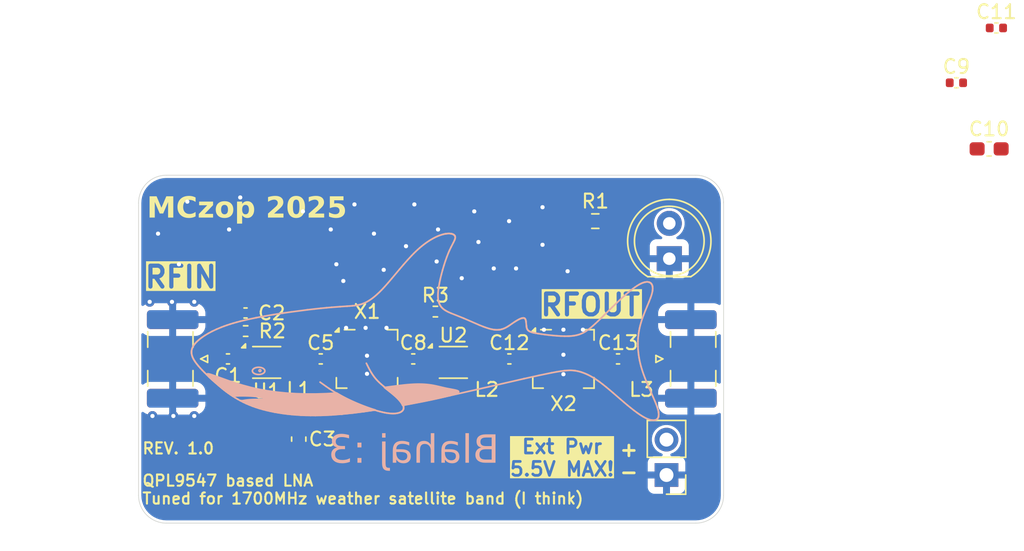
<source format=kicad_pcb>
(kicad_pcb (version 20241229) (generator "pcbnew") (generator_version "9.0")
  (layers (0 "F.Cu" signal) (4 "In1.Cu" signal) (6 "In2.Cu" signal) (8 "In3.Cu" signal) (10 "In4.Cu" signal) (2 "B.Cu" signal) (13 "F.Paste" user) (15 "B.Paste" user) (5 "F.SilkS" user "F.Silkscreen") (7 "B.SilkS" user "B.Silkscreen") (1 "F.Mask" user) (3 "B.Mask" user) (25 "Edge.Cuts" user))
  (net 0 "")
  (net 1 "Net-(C5-Pad1)")
  (net 2 "Net-(J1-In)")
  (net 3 "Net-(C8-Pad2)")
  (net 4 "GND")
  (net 5 "Net-(X1-IN)")
  (net 6 "Net-(C12-Pad1)")
  (net 7 "VCC")
  (net 8 "Net-(U1-Vb)")
  (net 9 "Net-(X1-OUT)")
  (net 10 "Net-(X2-IN)")
  (net 11 "Net-(U2-Vb)")
  (net 12 "Net-(X2-OUT)")
  (net 13 "Net-(C1-Pad2)")
  (net 14 "Net-(J3-In)")
  (net 15 "Net-(D1-A)")
  (footprint "Capacitor_SMD:C_0402_1005Metric" (layer "F.Cu") (at 158.42 103.2)
    (property "Reference" "C1" (at 0 1.2 0) (layer "F.SilkS"))
    (property "Value" "100p")
    (pad "1" smd roundrect (at -0.48 0) (size 0.56 0.62) (layers "F.Cu" "F.Mask" "F.Paste") (net 2 "Net-(J1-In)"))
    (pad "2" smd roundrect (at 0.48 0) (size 0.56 0.62) (layers "F.Cu" "F.Mask" "F.Paste") (net 13 "Net-(C1-Pad2)"))
  )
  (footprint "Capacitor_SMD:C_0402_1005Metric" (layer "F.Cu") (at 165.08 103.2)
    (property "Reference" "C5" (at 0 -1.16 0) (layer "F.SilkS"))
    (property "Value" "100p")
    (pad "1" smd roundrect (at -0.48 0) (size 0.56 0.62) (layers "F.Cu" "F.Mask" "F.Paste") (net 1 "Net-(C5-Pad1)"))
    (pad "2" smd roundrect (at 0.48 0) (size 0.56 0.62) (layers "F.Cu" "F.Mask" "F.Paste") (net 5 "Net-(X1-IN)"))
  )
  (footprint "Resistor_SMD:R_0402_1005Metric" (layer "F.Cu") (at 159.69 101.2)
    (property "Reference" "R2" (at 1.91 0 0) (layer "F.SilkS"))
    (property "Value" "3.32k")
    (pad "1" smd roundrect (at -0.51 0) (size 0.54 0.64) (layers "F.Cu" "F.Mask" "F.Paste") (net 7 "VCC"))
    (pad "2" smd roundrect (at 0.51 0) (size 0.54 0.64) (layers "F.Cu" "F.Mask" "F.Paste") (net 8 "Net-(U1-Vb)"))
  )
  (footprint "Capacitor_SMD:C_0402_1005Metric" (layer "F.Cu") (at 210.71 83.36)
    (property "Reference" "C9" (at 0 -1.16 0) (layer "F.SilkS"))
    (property "Value" "100p")
    (pad "1" smd roundrect (at -0.48 0) (size 0.56 0.62) (layers "F.Cu" "F.Mask" "F.Paste") (net 7 "VCC"))
    (pad "2" smd roundrect (at 0.48 0) (size 0.56 0.62) (layers "F.Cu" "F.Mask" "F.Paste") (net 4 "GND"))
  )
  (footprint "Capacitor_SMD:C_0402_1005Metric" (layer "F.Cu") (at 159.68 99.9)
    (property "Reference" "C2" (at 1.88 0 0) (layer "F.SilkS"))
    (property "Value" "100p")
    (pad "1" smd roundrect (at -0.48 0) (size 0.56 0.62) (layers "F.Cu" "F.Mask" "F.Paste") (net 7 "VCC"))
    (pad "2" smd roundrect (at 0.48 0) (size 0.56 0.62) (layers "F.Cu" "F.Mask" "F.Paste") (net 4 "GND"))
  )
  (footprint "Resistor_SMD:R_0402_1005Metric" (layer "F.Cu") (at 173.31 99.8)
    (property "Reference" "R3" (at 0 -1.17 0) (layer "F.SilkS"))
    (property "Value" "3.32k")
    (pad "1" smd roundrect (at -0.51 0) (size 0.54 0.64) (layers "F.Cu" "F.Mask" "F.Paste") (net 7 "VCC"))
    (pad "2" smd roundrect (at 0.51 0) (size 0.54 0.64) (layers "F.Cu" "F.Mask" "F.Paste") (net 11 "Net-(U2-Vb)"))
  )
  (footprint "Capacitor_SMD:C_0402_1005Metric" (layer "F.Cu") (at 171.72 103.2)
    (property "Reference" "C8" (at 0 -1.16 0) (layer "F.SilkS"))
    (property "Value" "100p")
    (pad "1" smd roundrect (at -0.48 0) (size 0.56 0.62) (layers "F.Cu" "F.Mask" "F.Paste") (net 9 "Net-(X1-OUT)"))
    (pad "2" smd roundrect (at 0.48 0) (size 0.56 0.62) (layers "F.Cu" "F.Mask" "F.Paste") (net 3 "Net-(C8-Pad2)"))
  )
  (footprint "Capacitor_SMD:C_0603_1608Metric_Pad1.08x0.95mm_HandSolder" (layer "F.Cu") (at 213.06 88.11)
    (property "Reference" "C10" (at 0 -1.43 0) (layer "F.SilkS"))
    (property "Value" "100n")
    (pad "1" smd roundrect (at -0.8625 0) (size 1.075 0.95) (layers "F.Cu" "F.Mask" "F.Paste") (net 7 "VCC"))
    (pad "2" smd roundrect (at 0.8625 0) (size 1.075 0.95) (layers "F.Cu" "F.Mask" "F.Paste") (net 4 "GND"))
  )
  (footprint "Connector_Coaxial:SMA_Samtec_SMA-J-P-H-ST-EM1_EdgeMount" (layer "F.Cu") (at 154.2 103.2 180)
    (property "Reference" "J1" (hide yes))
    (property "Value" "SMA")
    (pad "1" smd roundrect (at 0 0 270) (size 1.27 3.2) (layers "F.Cu" "F.Mask") (roundrect_rratio 0.1968503937) (net 2 "Net-(J1-In)"))
    (pad "2" smd roundrect (at -0.25 -2.825 270) (size 1.35 3.7) (layers "F.Cu" "F.Mask") (roundrect_rratio 0.1851851852) (net 4 "GND"))
    (pad "2" smd roundrect (at -0.25 -2.825 270) (size 1.35 3.7) (layers "B.Cu" "B.Mask") (roundrect_rratio 0.1851851852) (net 4 "GND"))
    (pad "2" smd roundrect (at -0.25 2.825 270) (size 1.35 3.7) (layers "F.Cu" "F.Mask") (roundrect_rratio 0.1851851852) (net 4 "GND"))
    (pad "2" smd roundrect (at -0.25 2.825 270) (size 1.35 3.7) (layers "B.Cu" "B.Mask") (roundrect_rratio 0.1851851852) (net 4 "GND"))
  )
  (footprint "Capacitor_SMD:C_0402_1005Metric" (layer "F.Cu") (at 186.42 103.2)
    (property "Reference" "C13" (at 0 -1.16 0) (layer "F.SilkS"))
    (property "Value" "100p")
    (pad "1" smd roundrect (at -0.48 0) (size 0.56 0.62) (layers "F.Cu" "F.Mask" "F.Paste") (net 12 "Net-(X2-OUT)"))
    (pad "2" smd roundrect (at 0.48 0) (size 0.56 0.62) (layers "F.Cu" "F.Mask" "F.Paste") (net 14 "Net-(J3-In)"))
  )
  (footprint "LED_THT:LED_D5.0mm_Clear" (layer "F.Cu") (at 190.1 96 90)
    (property "Reference" "D1" (hide yes))
    (property "Value" "LED")
    (pad "1" thru_hole rect (at 0 0 90) (size 1.8 1.8) (drill 0.9) (layers "*.Cu" "*.Mask") (net 4 "GND"))
    (pad "2" thru_hole circle (at 2.54 0 90) (size 1.8 1.8) (drill 0.9) (layers "*.Cu" "*.Mask") (net 15 "Net-(D1-A)"))
  )
  (footprint "Capacitor_SMD:C_0402_1005Metric" (layer "F.Cu") (at 213.58 79.42)
    (property "Reference" "C11" (at 0 -1.16 0) (layer "F.SilkS"))
    (property "Value" "100p")
    (pad "1" smd roundrect (at -0.48 0) (size 0.56 0.62) (layers "F.Cu" "F.Mask" "F.Paste") (net 4 "GND"))
    (pad "2" smd roundrect (at 0.48 0) (size 0.56 0.62) (layers "F.Cu" "F.Mask" "F.Paste") (net 7 "VCC"))
  )
  (footprint "Connector_Coaxial:SMA_Samtec_SMA-J-P-H-ST-EM1_EdgeMount" (layer "F.Cu") (at 191.9 103.2)
    (property "Reference" "J3" (hide yes))
    (property "Value" "SMA")
    (pad "1" smd roundrect (at 0 0 90) (size 1.27 3.2) (layers "F.Cu" "F.Mask") (roundrect_rratio 0.1968503937) (net 14 "Net-(J3-In)"))
    (pad "2" smd roundrect (at -0.25 -2.825 90) (size 1.35 3.7) (layers "F.Cu" "F.Mask") (roundrect_rratio 0.1851851852) (net 4 "GND"))
    (pad "2" smd roundrect (at -0.25 -2.825 90) (size 1.35 3.7) (layers "B.Cu" "B.Mask") (roundrect_rratio 0.1851851852) (net 4 "GND"))
    (pad "2" smd roundrect (at -0.25 2.825 90) (size 1.35 3.7) (layers "F.Cu" "F.Mask") (roundrect_rratio 0.1851851852) (net 4 "GND"))
    (pad "2" smd roundrect (at -0.25 2.825 90) (size 1.35 3.7) (layers "B.Cu" "B.Mask") (roundrect_rratio 0.1851851852) (net 4 "GND"))
  )
  (footprint "Capacitor_SMD:C_0603_1608Metric_Pad1.08x0.95mm_HandSolder" (layer "F.Cu") (at 163.5 108.9625 -90)
    (property "Reference" "C3" (at 0 -1.7 180) (layer "F.SilkS"))
    (property "Value" "100n")
    (pad "1" smd roundrect (at -0.8625 0 270) (size 1.075 0.95) (layers "F.Cu" "F.Mask" "F.Paste") (net 7 "VCC"))
    (pad "2" smd roundrect (at 0.8625 0 270) (size 1.075 0.95) (layers "F.Cu" "F.Mask" "F.Paste") (net 4 "GND"))
  )
  (footprint "Capacitor_SMD:C_0402_1005Metric" (layer "F.Cu") (at 163.98 106.7 180)
    (property "Reference" "C4" (at -1.92 0 0) (layer "F.SilkS"))
    (property "Value" "100p")
    (pad "1" smd roundrect (at -0.48 0 180) (size 0.56 0.62) (layers "F.Cu" "F.Mask" "F.Paste") (net 4 "GND"))
    (pad "2" smd roundrect (at 0.48 0 180) (size 0.56 0.62) (layers "F.Cu" "F.Mask" "F.Paste") (net 7 "VCC"))
  )
  (footprint "Inductor_SMD:L_0402_1005Metric" (layer "F.Cu") (at 163.5 103.685 -90)
    (property "Reference" "L1" (at 1.715 0 180) (layer "F.SilkS"))
    (property "Value" "56n")
    (pad "1" smd roundrect (at -0.485 0 270) (size 0.59 0.64) (layers "F.Cu" "F.Mask" "F.Paste") (net 1 "Net-(C5-Pad1)"))
    (pad "2" smd roundrect (at 0.485 0 270) (size 0.59 0.64) (layers "F.Cu" "F.Mask" "F.Paste") (net 7 "VCC"))
  )
  (footprint "Inductor_SMD:L_0402_1005Metric" (layer "F.Cu") (at 177 103.685 -90)
    (property "Reference" "L2" (at 1.715 0 180) (layer "F.SilkS"))
    (property "Value" "56n")
    (pad "1" smd roundrect (at -0.485 0 270) (size 0.59 0.64) (layers "F.Cu" "F.Mask" "F.Paste") (net 6 "Net-(C12-Pad1)"))
    (pad "2" smd roundrect (at 0.485 0 270) (size 0.59 0.64) (layers "F.Cu" "F.Mask" "F.Paste") (net 7 "VCC"))
  )
  (footprint "Capacitor_SMD:C_0402_1005Metric" (layer "F.Cu") (at 178.62 103.2)
    (property "Reference" "C12" (at 0 -1.16 0) (layer "F.SilkS"))
    (property "Value" "100p")
    (pad "1" smd roundrect (at -0.48 0) (size 0.56 0.62) (layers "F.Cu" "F.Mask" "F.Paste") (net 6 "Net-(C12-Pad1)"))
    (pad "2" smd roundrect (at 0.48 0) (size 0.56 0.62) (layers "F.Cu" "F.Mask" "F.Paste") (net 10 "Net-(X2-IN)"))
  )
  (footprint "Package_DFN_QFN:DFN-8-1EP_2x2mm_P0.5mm_EP0.8x1.6mm" (layer "F.Cu") (at 161.2 103.45)
    (property "Reference" "U1" (at 0 2.05 0) (layer "F.SilkS"))
    (property "Value" "QPL9547")
    (pad "1" smd roundrect (at -1 -0.75) (size 0.7 0.25) (layers "F.Cu" "F.Mask" "F.Paste") (net 8 "Net-(U1-Vb)"))
    (pad "2" smd roundrect (at -1 -0.25) (size 0.7 0.25) (layers "F.Cu" "F.Mask" "F.Paste") (net 13 "Net-(C1-Pad2)"))
    (pad "3" smd roundrect (at -1 0.25) (size 0.7 0.25) (layers "F.Cu" "F.Mask" "F.Paste") (net 4 "GND"))
    (pad "4" smd roundrect (at -1 0.75) (size 0.7 0.25) (layers "F.Cu" "F.Mask" "F.Paste") (net 4 "GND"))
    (pad "5" smd roundrect (at 1 0.75) (size 0.7 0.25) (layers "F.Cu" "F.Mask" "F.Paste") (net 4 "GND"))
    (pad "6" smd roundrect (at 1 0.25) (size 0.7 0.25) (layers "F.Cu" "F.Mask" "F.Paste") (net 4 "GND"))
    (pad "7" smd roundrect (at 1 -0.25) (size 0.7 0.25) (layers "F.Cu" "F.Mask" "F.Paste") (net 1 "Net-(C5-Pad1)"))
    (pad "8" smd roundrect (at 1 -0.75) (size 0.7 0.25) (layers "F.Cu" "F.Mask" "F.Paste") (net 4 "GND"))
    (pad "9" smd rect (at 0 0) (size 0.8 1.6) (property pad_prop_heatsink) (layers "F.Cu" "F.Mask") (net 4 "GND"))
  )
  (footprint "Filter:Filter_SAW-6_3.8x3.8mm" (layer "F.Cu") (at 168.4 103.2)
    (property "Reference" "X1" (at 0.01 -3.4 0) (layer "F.SilkS"))
    (property "Value" "SAW")
    (pad "1" smd rect (at -0.9 -1.27) (size 2.2 0.8) (layers "F.Cu" "F.Mask" "F.Paste") (net 4 "GND"))
    (pad "2" smd rect (at -1.4 0) (size 1.2 0.8) (layers "F.Cu" "F.Mask" "F.Paste") (net 5 "Net-(X1-IN)"))
    (pad "3" smd rect (at -1.4 1.27) (size 1.2 0.8) (layers "F.Cu" "F.Mask" "F.Paste") (net 4 "GND"))
    (pad "4" smd rect (at 1.4 1.27) (size 1.2 0.8) (layers "F.Cu" "F.Mask" "F.Paste") (net 4 "GND"))
    (pad "5" smd rect (at 1.4 0) (size 1.2 0.8) (layers "F.Cu" "F.Mask" "F.Paste") (net 9 "Net-(X1-OUT)"))
    (pad "6" smd rect (at 1.4 -1.27) (size 1.2 0.8) (layers "F.Cu" "F.Mask" "F.Paste") (net 4 "GND"))
  )
  (footprint "Filter:Filter_SAW-6_3.8x3.8mm" (layer "F.Cu") (at 182.5 103.2)
    (property "Reference" "X2" (at 0.01 3.22 0) (layer "F.SilkS"))
    (property "Value" "SAW")
    (pad "1" smd rect (at -0.9 -1.27) (size 2.2 0.8) (layers "F.Cu" "F.Mask" "F.Paste") (net 4 "GND"))
    (pad "2" smd rect (at -1.4 0) (size 1.2 0.8) (layers "F.Cu" "F.Mask" "F.Paste") (net 10 "Net-(X2-IN)"))
    (pad "3" smd rect (at -1.4 1.27) (size 1.2 0.8) (layers "F.Cu" "F.Mask" "F.Paste") (net 4 "GND"))
    (pad "4" smd rect (at 1.4 1.27) (size 1.2 0.8) (layers "F.Cu" "F.Mask" "F.Paste") (net 4 "GND"))
    (pad "5" smd rect (at 1.4 0) (size 1.2 0.8) (layers "F.Cu" "F.Mask" "F.Paste") (net 12 "Net-(X2-OUT)"))
    (pad "6" smd rect (at 1.4 -1.27) (size 1.2 0.8) (layers "F.Cu" "F.Mask" "F.Paste") (net 4 "GND"))
  )
  (footprint "Inductor_SMD:L_0402_1005Metric" (layer "F.Cu") (at 188.1 103.685 -90)
    (property "Reference" "L3" (at 1.715 0 180) (layer "F.SilkS"))
    (property "Value" "56n")
    (pad "1" smd roundrect (at -0.485 0 270) (size 0.59 0.64) (layers "F.Cu" "F.Mask" "F.Paste") (net 14 "Net-(J3-In)"))
    (pad "2" smd roundrect (at 0.485 0 270) (size 0.59 0.64) (layers "F.Cu" "F.Mask" "F.Paste") (net 7 "VCC"))
  )
  (footprint "Package_DFN_QFN:DFN-8-1EP_2x2mm_P0.5mm_EP0.8x1.6mm" (layer "F.Cu") (at 174.6 103.45)
    (property "Reference" "U2" (at 0 -1.95 0) (layer "F.SilkS"))
    (property "Value" "QPL9547")
    (pad "1" smd roundrect (at -1 -0.75) (size 0.7 0.25) (layers "F.Cu" "F.Mask" "F.Paste") (net 11 "Net-(U2-Vb)"))
    (pad "2" smd roundrect (at -1 -0.25) (size 0.7 0.25) (layers "F.Cu" "F.Mask" "F.Paste") (net 3 "Net-(C8-Pad2)"))
    (pad "3" smd roundrect (at -1 0.25) (size 0.7 0.25) (layers "F.Cu" "F.Mask" "F.Paste") (net 4 "GND"))
    (pad "4" smd roundrect (at -1 0.75) (size 0.7 0.25) (layers "F.Cu" "F.Mask" "F.Paste") (net 4 "GND"))
    (pad "5" smd roundrect (at 1 0.75) (size 0.7 0.25) (layers "F.Cu" "F.Mask" "F.Paste") (net 4 "GND"))
    (pad "6" smd roundrect (at 1 0.25) (size 0.7 0.25) (layers "F.Cu" "F.Mask" "F.Paste") (net 4 "GND"))
    (pad "7" smd roundrect (at 1 -0.25) (size 0.7 0.25) (layers "F.Cu" "F.Mask" "F.Paste") (net 6 "Net-(C12-Pad1)"))
    (pad "8" smd roundrect (at 1 -0.75) (size 0.7 0.25) (layers "F.Cu" "F.Mask" "F.Paste") (net 4 "GND"))
    (pad "9" smd rect (at 0 0) (size 0.8 1.6) (property pad_prop_heatsink) (layers "F.Cu" "F.Mask") (net 4 "GND"))
  )
  (footprint "Connector_PinHeader_2.54mm:PinHeader_1x02_P2.54mm_Vertical" (layer "F.Cu") (at 189.9 111.54 180)
    (property "Reference" "J2" (hide yes))
    (property "Value" "EXT_PWR")
    (pad "1" thru_hole rect (at 0 0 180) (size 1.7 1.7) (drill 1) (layers "*.Cu" "*.Mask") (net 4 "GND"))
    (pad "2" thru_hole circle (at 0 2.54 180) (size 1.7 1.7) (drill 1) (layers "*.Cu" "*.Mask") (net 7 "VCC"))
  )
  (footprint "Resistor_SMD:R_0603_1608Metric_Pad0.98x0.95mm_HandSolder" (layer "F.Cu") (at 184.7875 93.3)
    (property "Reference" "R1" (at 0 -1.43 0) (layer "F.SilkS"))
    (property "Value" "220")
    (pad "1" smd roundrect (at -0.9125 0) (size 0.975 0.95) (layers "F.Cu" "F.Mask" "F.Paste") (net 7 "VCC"))
    (pad "2" smd roundrect (at 0.9125 0) (size 0.975 0.95) (layers "F.Cu" "F.Mask" "F.Paste") (net 15 "Net-(D1-A)"))
  )
  (footprint "Symbol:Smolhaj_Scale_0.1" (layer "B.Cu") (at 147.048865 104.564256 180)
    (property "Reference" "REF**" (hide yes))
    (property "Value" "Smolhaj_Scale_0.1")
  )
  (gr_line (start 192 115) (end 154 115) (stroke (width 0.05)) (layer "Edge.Cuts"))
  (gr_line (start 152 113) (end 152 92) (stroke (width 0.05)) (layer "Edge.Cuts"))
  (gr_arc (start 194 113) (mid 193.414214 114.414214) (end 192 115) (stroke (width 0.05)) (layer "Edge.Cuts"))
  (gr_line (start 194 91.9) (end 194 113) (stroke (width 0.05)) (layer "Edge.Cuts"))
  (gr_arc (start 152 92) (mid 152.585786 90.585786) (end 154 90) (stroke (width 0.05)) (layer "Edge.Cuts"))
  (gr_arc (start 154 115) (mid 152.585786 114.414214) (end 152 113) (stroke (width 0.05)) (layer "Edge.Cuts"))
  (gr_line (start 154 90) (end 192 90) (stroke (width 0.05)) (layer "Edge.Cuts"))
  (gr_arc (start 192 90) (mid 193.414214 90.585786) (end 194 92) (stroke (width 0.05)) (layer "Edge.Cuts"))
  (gr_text "RFOUT\n" (at 180.7 100.2 0) (layer "F.SilkS" knockout) (effects (font (size 1.5 1.5) (thickness 0.3) (bold yes)) (justify left bottom)))
  (gr_text "+\n-" (at 187.2 111.9 0) (layer "F.SilkS") (effects (font (size 1 1) (thickness 0.2) (bold yes)) (justify bottom)))
  (gr_text "QPL9547 based LNA\nTuned for 1700MHz weather satellite band (I think)" (at 152.2 113.7 0) (layer "F.SilkS") (effects (font (size 0.8 0.8) (thickness 0.15) (bold yes)) (justify left bottom)))
  (gr_text "REV. 1.0" (at 152.2 110.1 0) (layer "F.SilkS") (effects (font (size 0.8 0.8) (thickness 0.15) (bold yes)) (justify left bottom)))
  (gr_text "Ext Pwr\n5.5V MAX!" (at 182.4 111.7 0) (layer "F.SilkS" knockout) (effects (font (size 1 1) (thickness 0.2) (bold yes)) (justify bottom)))
  (gr_text "RFIN" (at 152.3 98.2 0) (layer "F.SilkS" knockout) (effects (font (size 1.5 1.5) (thickness 0.3) (bold yes)) (justify left bottom)))
  (gr_text "MCzop 2025" (at 152.6 93.3 0) (layer "F.SilkS") (effects (font (size 1.5 1.5) (thickness 0.3) (bold yes)) (justify left bottom)))
  (gr_text "Blahaj :3" (at 177.9 111 0) (layer "B.SilkS") (effects (font (size 2 2) (thickness 0.1)) (justify left bottom mirror)))
  (via (at 182.5 104.3) (size 0.7) (drill 0.3) (layers "F.Cu" "B.Cu") (net 4))
  (via (at 152.8 99.1) (size 0.7) (drill 0.3) (layers "F.Cu" "B.Cu") (net 4))
  (via (at 178.6 93.3) (size 0.7) (drill 0.3) (layers "F.Cu" "B.Cu") (net 4))
  (via (at 175.2 97.4) (size 0.7) (drill 0.3) (layers "F.Cu" "B.Cu") (net 4))
  (via (at 166.7 97.6) (size 0.7) (drill 0.3) (layers "F.Cu" "B.Cu") (net 4))
  (via (at 154.4 99.1) (size 0.7) (drill 0.3) (layers "F.Cu" "B.Cu") (net 4))
  (via (at 155.5 91.9) (size 0.7) (drill 0.3) (layers "F.Cu" "B.Cu") (net 4))
  (via (at 181 92.3) (size 0.7) (drill 0.3) (layers "F.Cu" "B.Cu") (net 4))
  (via (at 153.4 94.2) (size 0.7) (drill 0.3) (layers "F.Cu" "B.Cu") (net 4))
  (via (at 166.2 96.4) (size 0.7) (drill 0.3) (layers "F.Cu" "B.Cu") (net 4))
  (via (at 181 95) (size 0.7) (drill 0.3) (layers "F.Cu" "B.Cu") (net 4))
  (via (at 168.4 104.27) (size 0.7) (drill 0.3) (layers "F.Cu" "B.Cu") (net 4))
  (via (at 171.2 95.1) (size 0.7) (drill 0.3) (layers "F.Cu" "B.Cu") (net 4))
  (via (at 179.1 96.7) (size 0.7) (drill 0.3) (layers "F.Cu" "B.Cu") (net 4))
  (via (at 182.5 102.9) (size 0.7) (drill 0.3) (layers "F.Cu" "B.Cu") (net 4))
  (via (at 169.6 96.8) (size 0.7) (drill 0.3) (layers "F.Cu" "B.Cu") (net 4))
  (via (at 166.9 100.97) (size 0.7) (drill 0.3) (layers "F.Cu" "B.Cu") (net 4))
  (via (at 168.4 102.97) (size 0.7) (drill 0.3) (layers "F.Cu" "B.Cu") (net 4))
  (via (at 165.8 93.9) (size 0.7) (drill 0.3) (layers "F.Cu" "B.Cu") (net 4))
  (via (at 167.5 92.1) (size 0.7) (drill 0.3) (layers "F.Cu" "B.Cu") (net 4))
  (via (at 183.9 101.1) (size 0.7) (drill 0.3) (layers "F.Cu" "B.Cu") (net 4))
  (via (at 158.5 93.9) (size 0.7) (drill 0.3) (layers "F.Cu" "B.Cu") (net 4))
  (via (at 177.5 96.7) (size 0.7) (drill 0.3) (layers "F.Cu" "B.Cu") (net 4))
  (via (at 176.1 92.6) (size 0.7) (drill 0.3) (layers "F.Cu" "B.Cu") (net 4))
  (via (at 153 107.3) (size 0.7) (drill 0.3) (layers "F.Cu" "B.Cu") (net 4))
  (via (at 163.8 92.6) (size 0.7) (drill 0.3) (layers "F.Cu" "B.Cu") (net 4))
  (via (at 181.1 101.1) (size 0.7) (drill 0.3) (layers "F.Cu" "B.Cu") (net 4))
  (via (at 171.8 92.1) (size 0.7) (drill 0.3) (layers "F.Cu" "B.Cu") (net 4))
  (via (at 159.3 91.6) (size 0.7) (drill 0.3) (layers "F.Cu" "B.Cu") (net 4))
  (via (at 182.5 101.1) (size 0.7) (drill 0.3) (layers "F.Cu" "B.Cu") (net 4))
  (via (at 169.8 100.97) (size 0.7) (drill 0.3) (layers "F.Cu" "B.Cu") (net 4))
  (via (at 176.4 94.8) (size 0.7) (drill 0.3) (layers "F.Cu" "B.Cu") (net 4))
  (via (at 154.9 96.4) (size 0.7) (drill 0.3) (layers "F.Cu" "B.Cu") (net 4))
  (via (at 168.3 100.97) (size 0.7) (drill 0.3) (layers "F.Cu" "B.Cu") (net 4))
  (via (at 154.5 107.3) (size 0.7) (drill 0.3) (layers "F.Cu" "B.Cu") (net 4))
  (via (at 173.5 93.9) (size 0.7) (drill 0.3) (layers "F.Cu" "B.Cu") (net 4))
  (via (at 173.4 96.2) (size 0.7) (drill 0.3) (layers "F.Cu" "B.Cu") (net 4))
  (via (at 156 99.1) (size 0.7) (drill 0.3) (layers "F.Cu" "B.Cu") (net 4))
  (via (at 168.9 94.2) (size 0.7) (drill 0.3) (layers "F.Cu" "B.Cu") (net 4))
  (via (at 156 107.3) (size 0.7) (drill 0.3) (layers "F.Cu" "B.Cu") (net 4))
  (via (at 182.8 96.9) (size 0.7) (drill 0.3) (layers "F.Cu" "B.Cu") (net 4))
  (zone (net 4) (net_name "GND") (layer "F.Cu") (priority 8) (connect_pads yes (clearance 0.2)) (min_thickness 0.2) (fill yes (thermal_gap 0.5) (thermal_bridge_width 0.5))
    (polygon (pts (xy 180.5 100.7) (xy 184.5 100.7) (xy 184.5 102.4) (xy 183.2 102.4) (xy 183.2 104) (xy 184.5 104) (xy 184.5 104.9) (xy 180.5 104.9) (xy 180.5 104) (xy 181.8 104) (xy 181.8 102.4) (xy 180.5 102.4)))
  )
  (zone (net 4) (net_name "GND") (layer "F.Cu") (priority 7) (connect_pads yes (clearance 0.2)) (min_thickness 0.2) (fill yes (thermal_gap 0.5) (thermal_bridge_width 0.5))
    (polygon (pts (xy 166.4 100.47) (xy 170.4 100.47) (xy 170.4 102.47) (xy 169.1 102.47) (xy 169.1 103.97) (xy 170.4 103.97) (xy 170.4 105.37) (xy 166.4 105.37) (xy 166.4 103.97) (xy 167.7 103.97) (xy 167.7 102.47) (xy 166.4 102.47)))
  )
  (zone (net 4) (net_name "GND") (layers "B.Cu" "In1.Cu" "In4.Cu") (connect_pads (clearance 0.2)) (min_thickness 0.2) (fill yes (thermal_gap 0.5) (thermal_bridge_width 0.5))
    (polygon (pts (xy 151 89) (xy 195.3 89) (xy 195.3 116) (xy 151 116)))
  )
)
</source>
